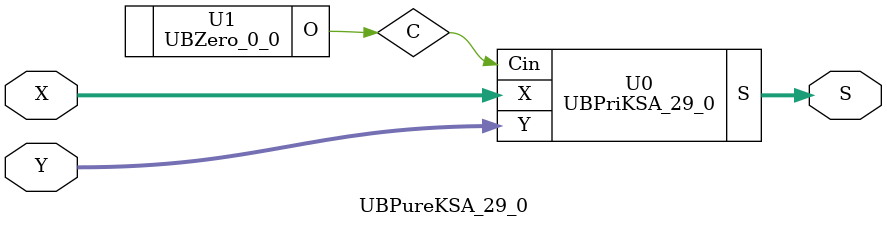
<source format=v>
/*----------------------------------------------------------------------------
  Copyright (c) 2021 Homma laboratory. All rights reserved.

  Top module: UBKSA_29_0_29_0

  Operand-1 length: 30
  Operand-2 length: 30
  Two-operand addition algorithm: Kogge-Stone adder
----------------------------------------------------------------------------*/

module GPGenerator(Go, Po, A, B);
  output Go;
  output Po;
  input A;
  input B;
  assign Go = A & B;
  assign Po = A ^ B;
endmodule

module CarryOperator(Go, Po, Gi1, Pi1, Gi2, Pi2);
  output Go;
  output Po;
  input Gi1;
  input Gi2;
  input Pi1;
  input Pi2;
  assign Go = Gi1 | ( Gi2 & Pi1 );
  assign Po = Pi1 & Pi2;
endmodule

module UBPriKSA_29_0(S, X, Y, Cin);
  output [30:0] S;
  input Cin;
  input [29:0] X;
  input [29:0] Y;
  wire [29:0] G0;
  wire [29:0] G1;
  wire [29:0] G2;
  wire [29:0] G3;
  wire [29:0] G4;
  wire [29:0] G5;
  wire [29:0] P0;
  wire [29:0] P1;
  wire [29:0] P2;
  wire [29:0] P3;
  wire [29:0] P4;
  wire [29:0] P5;
  assign P1[0] = P0[0];
  assign G1[0] = G0[0];
  assign P2[0] = P1[0];
  assign G2[0] = G1[0];
  assign P2[1] = P1[1];
  assign G2[1] = G1[1];
  assign P3[0] = P2[0];
  assign G3[0] = G2[0];
  assign P3[1] = P2[1];
  assign G3[1] = G2[1];
  assign P3[2] = P2[2];
  assign G3[2] = G2[2];
  assign P3[3] = P2[3];
  assign G3[3] = G2[3];
  assign P4[0] = P3[0];
  assign G4[0] = G3[0];
  assign P4[1] = P3[1];
  assign G4[1] = G3[1];
  assign P4[2] = P3[2];
  assign G4[2] = G3[2];
  assign P4[3] = P3[3];
  assign G4[3] = G3[3];
  assign P4[4] = P3[4];
  assign G4[4] = G3[4];
  assign P4[5] = P3[5];
  assign G4[5] = G3[5];
  assign P4[6] = P3[6];
  assign G4[6] = G3[6];
  assign P4[7] = P3[7];
  assign G4[7] = G3[7];
  assign P5[0] = P4[0];
  assign G5[0] = G4[0];
  assign P5[1] = P4[1];
  assign G5[1] = G4[1];
  assign P5[2] = P4[2];
  assign G5[2] = G4[2];
  assign P5[3] = P4[3];
  assign G5[3] = G4[3];
  assign P5[4] = P4[4];
  assign G5[4] = G4[4];
  assign P5[5] = P4[5];
  assign G5[5] = G4[5];
  assign P5[6] = P4[6];
  assign G5[6] = G4[6];
  assign P5[7] = P4[7];
  assign G5[7] = G4[7];
  assign P5[8] = P4[8];
  assign G5[8] = G4[8];
  assign P5[9] = P4[9];
  assign G5[9] = G4[9];
  assign P5[10] = P4[10];
  assign G5[10] = G4[10];
  assign P5[11] = P4[11];
  assign G5[11] = G4[11];
  assign P5[12] = P4[12];
  assign G5[12] = G4[12];
  assign P5[13] = P4[13];
  assign G5[13] = G4[13];
  assign P5[14] = P4[14];
  assign G5[14] = G4[14];
  assign P5[15] = P4[15];
  assign G5[15] = G4[15];
  assign S[0] = Cin ^ P0[0];
  assign S[1] = ( G5[0] | ( P5[0] & Cin ) ) ^ P0[1];
  assign S[2] = ( G5[1] | ( P5[1] & Cin ) ) ^ P0[2];
  assign S[3] = ( G5[2] | ( P5[2] & Cin ) ) ^ P0[3];
  assign S[4] = ( G5[3] | ( P5[3] & Cin ) ) ^ P0[4];
  assign S[5] = ( G5[4] | ( P5[4] & Cin ) ) ^ P0[5];
  assign S[6] = ( G5[5] | ( P5[5] & Cin ) ) ^ P0[6];
  assign S[7] = ( G5[6] | ( P5[6] & Cin ) ) ^ P0[7];
  assign S[8] = ( G5[7] | ( P5[7] & Cin ) ) ^ P0[8];
  assign S[9] = ( G5[8] | ( P5[8] & Cin ) ) ^ P0[9];
  assign S[10] = ( G5[9] | ( P5[9] & Cin ) ) ^ P0[10];
  assign S[11] = ( G5[10] | ( P5[10] & Cin ) ) ^ P0[11];
  assign S[12] = ( G5[11] | ( P5[11] & Cin ) ) ^ P0[12];
  assign S[13] = ( G5[12] | ( P5[12] & Cin ) ) ^ P0[13];
  assign S[14] = ( G5[13] | ( P5[13] & Cin ) ) ^ P0[14];
  assign S[15] = ( G5[14] | ( P5[14] & Cin ) ) ^ P0[15];
  assign S[16] = ( G5[15] | ( P5[15] & Cin ) ) ^ P0[16];
  assign S[17] = ( G5[16] | ( P5[16] & Cin ) ) ^ P0[17];
  assign S[18] = ( G5[17] | ( P5[17] & Cin ) ) ^ P0[18];
  assign S[19] = ( G5[18] | ( P5[18] & Cin ) ) ^ P0[19];
  assign S[20] = ( G5[19] | ( P5[19] & Cin ) ) ^ P0[20];
  assign S[21] = ( G5[20] | ( P5[20] & Cin ) ) ^ P0[21];
  assign S[22] = ( G5[21] | ( P5[21] & Cin ) ) ^ P0[22];
  assign S[23] = ( G5[22] | ( P5[22] & Cin ) ) ^ P0[23];
  assign S[24] = ( G5[23] | ( P5[23] & Cin ) ) ^ P0[24];
  assign S[25] = ( G5[24] | ( P5[24] & Cin ) ) ^ P0[25];
  assign S[26] = ( G5[25] | ( P5[25] & Cin ) ) ^ P0[26];
  assign S[27] = ( G5[26] | ( P5[26] & Cin ) ) ^ P0[27];
  assign S[28] = ( G5[27] | ( P5[27] & Cin ) ) ^ P0[28];
  assign S[29] = ( G5[28] | ( P5[28] & Cin ) ) ^ P0[29];
  assign S[30] = G5[29] | ( P5[29] & Cin );
  GPGenerator U0 (G0[0], P0[0], X[0], Y[0]);
  GPGenerator U1 (G0[1], P0[1], X[1], Y[1]);
  GPGenerator U2 (G0[2], P0[2], X[2], Y[2]);
  GPGenerator U3 (G0[3], P0[3], X[3], Y[3]);
  GPGenerator U4 (G0[4], P0[4], X[4], Y[4]);
  GPGenerator U5 (G0[5], P0[5], X[5], Y[5]);
  GPGenerator U6 (G0[6], P0[6], X[6], Y[6]);
  GPGenerator U7 (G0[7], P0[7], X[7], Y[7]);
  GPGenerator U8 (G0[8], P0[8], X[8], Y[8]);
  GPGenerator U9 (G0[9], P0[9], X[9], Y[9]);
  GPGenerator U10 (G0[10], P0[10], X[10], Y[10]);
  GPGenerator U11 (G0[11], P0[11], X[11], Y[11]);
  GPGenerator U12 (G0[12], P0[12], X[12], Y[12]);
  GPGenerator U13 (G0[13], P0[13], X[13], Y[13]);
  GPGenerator U14 (G0[14], P0[14], X[14], Y[14]);
  GPGenerator U15 (G0[15], P0[15], X[15], Y[15]);
  GPGenerator U16 (G0[16], P0[16], X[16], Y[16]);
  GPGenerator U17 (G0[17], P0[17], X[17], Y[17]);
  GPGenerator U18 (G0[18], P0[18], X[18], Y[18]);
  GPGenerator U19 (G0[19], P0[19], X[19], Y[19]);
  GPGenerator U20 (G0[20], P0[20], X[20], Y[20]);
  GPGenerator U21 (G0[21], P0[21], X[21], Y[21]);
  GPGenerator U22 (G0[22], P0[22], X[22], Y[22]);
  GPGenerator U23 (G0[23], P0[23], X[23], Y[23]);
  GPGenerator U24 (G0[24], P0[24], X[24], Y[24]);
  GPGenerator U25 (G0[25], P0[25], X[25], Y[25]);
  GPGenerator U26 (G0[26], P0[26], X[26], Y[26]);
  GPGenerator U27 (G0[27], P0[27], X[27], Y[27]);
  GPGenerator U28 (G0[28], P0[28], X[28], Y[28]);
  GPGenerator U29 (G0[29], P0[29], X[29], Y[29]);
  CarryOperator U30 (G1[1], P1[1], G0[1], P0[1], G0[0], P0[0]);
  CarryOperator U31 (G1[2], P1[2], G0[2], P0[2], G0[1], P0[1]);
  CarryOperator U32 (G1[3], P1[3], G0[3], P0[3], G0[2], P0[2]);
  CarryOperator U33 (G1[4], P1[4], G0[4], P0[4], G0[3], P0[3]);
  CarryOperator U34 (G1[5], P1[5], G0[5], P0[5], G0[4], P0[4]);
  CarryOperator U35 (G1[6], P1[6], G0[6], P0[6], G0[5], P0[5]);
  CarryOperator U36 (G1[7], P1[7], G0[7], P0[7], G0[6], P0[6]);
  CarryOperator U37 (G1[8], P1[8], G0[8], P0[8], G0[7], P0[7]);
  CarryOperator U38 (G1[9], P1[9], G0[9], P0[9], G0[8], P0[8]);
  CarryOperator U39 (G1[10], P1[10], G0[10], P0[10], G0[9], P0[9]);
  CarryOperator U40 (G1[11], P1[11], G0[11], P0[11], G0[10], P0[10]);
  CarryOperator U41 (G1[12], P1[12], G0[12], P0[12], G0[11], P0[11]);
  CarryOperator U42 (G1[13], P1[13], G0[13], P0[13], G0[12], P0[12]);
  CarryOperator U43 (G1[14], P1[14], G0[14], P0[14], G0[13], P0[13]);
  CarryOperator U44 (G1[15], P1[15], G0[15], P0[15], G0[14], P0[14]);
  CarryOperator U45 (G1[16], P1[16], G0[16], P0[16], G0[15], P0[15]);
  CarryOperator U46 (G1[17], P1[17], G0[17], P0[17], G0[16], P0[16]);
  CarryOperator U47 (G1[18], P1[18], G0[18], P0[18], G0[17], P0[17]);
  CarryOperator U48 (G1[19], P1[19], G0[19], P0[19], G0[18], P0[18]);
  CarryOperator U49 (G1[20], P1[20], G0[20], P0[20], G0[19], P0[19]);
  CarryOperator U50 (G1[21], P1[21], G0[21], P0[21], G0[20], P0[20]);
  CarryOperator U51 (G1[22], P1[22], G0[22], P0[22], G0[21], P0[21]);
  CarryOperator U52 (G1[23], P1[23], G0[23], P0[23], G0[22], P0[22]);
  CarryOperator U53 (G1[24], P1[24], G0[24], P0[24], G0[23], P0[23]);
  CarryOperator U54 (G1[25], P1[25], G0[25], P0[25], G0[24], P0[24]);
  CarryOperator U55 (G1[26], P1[26], G0[26], P0[26], G0[25], P0[25]);
  CarryOperator U56 (G1[27], P1[27], G0[27], P0[27], G0[26], P0[26]);
  CarryOperator U57 (G1[28], P1[28], G0[28], P0[28], G0[27], P0[27]);
  CarryOperator U58 (G1[29], P1[29], G0[29], P0[29], G0[28], P0[28]);
  CarryOperator U59 (G2[2], P2[2], G1[2], P1[2], G1[0], P1[0]);
  CarryOperator U60 (G2[3], P2[3], G1[3], P1[3], G1[1], P1[1]);
  CarryOperator U61 (G2[4], P2[4], G1[4], P1[4], G1[2], P1[2]);
  CarryOperator U62 (G2[5], P2[5], G1[5], P1[5], G1[3], P1[3]);
  CarryOperator U63 (G2[6], P2[6], G1[6], P1[6], G1[4], P1[4]);
  CarryOperator U64 (G2[7], P2[7], G1[7], P1[7], G1[5], P1[5]);
  CarryOperator U65 (G2[8], P2[8], G1[8], P1[8], G1[6], P1[6]);
  CarryOperator U66 (G2[9], P2[9], G1[9], P1[9], G1[7], P1[7]);
  CarryOperator U67 (G2[10], P2[10], G1[10], P1[10], G1[8], P1[8]);
  CarryOperator U68 (G2[11], P2[11], G1[11], P1[11], G1[9], P1[9]);
  CarryOperator U69 (G2[12], P2[12], G1[12], P1[12], G1[10], P1[10]);
  CarryOperator U70 (G2[13], P2[13], G1[13], P1[13], G1[11], P1[11]);
  CarryOperator U71 (G2[14], P2[14], G1[14], P1[14], G1[12], P1[12]);
  CarryOperator U72 (G2[15], P2[15], G1[15], P1[15], G1[13], P1[13]);
  CarryOperator U73 (G2[16], P2[16], G1[16], P1[16], G1[14], P1[14]);
  CarryOperator U74 (G2[17], P2[17], G1[17], P1[17], G1[15], P1[15]);
  CarryOperator U75 (G2[18], P2[18], G1[18], P1[18], G1[16], P1[16]);
  CarryOperator U76 (G2[19], P2[19], G1[19], P1[19], G1[17], P1[17]);
  CarryOperator U77 (G2[20], P2[20], G1[20], P1[20], G1[18], P1[18]);
  CarryOperator U78 (G2[21], P2[21], G1[21], P1[21], G1[19], P1[19]);
  CarryOperator U79 (G2[22], P2[22], G1[22], P1[22], G1[20], P1[20]);
  CarryOperator U80 (G2[23], P2[23], G1[23], P1[23], G1[21], P1[21]);
  CarryOperator U81 (G2[24], P2[24], G1[24], P1[24], G1[22], P1[22]);
  CarryOperator U82 (G2[25], P2[25], G1[25], P1[25], G1[23], P1[23]);
  CarryOperator U83 (G2[26], P2[26], G1[26], P1[26], G1[24], P1[24]);
  CarryOperator U84 (G2[27], P2[27], G1[27], P1[27], G1[25], P1[25]);
  CarryOperator U85 (G2[28], P2[28], G1[28], P1[28], G1[26], P1[26]);
  CarryOperator U86 (G2[29], P2[29], G1[29], P1[29], G1[27], P1[27]);
  CarryOperator U87 (G3[4], P3[4], G2[4], P2[4], G2[0], P2[0]);
  CarryOperator U88 (G3[5], P3[5], G2[5], P2[5], G2[1], P2[1]);
  CarryOperator U89 (G3[6], P3[6], G2[6], P2[6], G2[2], P2[2]);
  CarryOperator U90 (G3[7], P3[7], G2[7], P2[7], G2[3], P2[3]);
  CarryOperator U91 (G3[8], P3[8], G2[8], P2[8], G2[4], P2[4]);
  CarryOperator U92 (G3[9], P3[9], G2[9], P2[9], G2[5], P2[5]);
  CarryOperator U93 (G3[10], P3[10], G2[10], P2[10], G2[6], P2[6]);
  CarryOperator U94 (G3[11], P3[11], G2[11], P2[11], G2[7], P2[7]);
  CarryOperator U95 (G3[12], P3[12], G2[12], P2[12], G2[8], P2[8]);
  CarryOperator U96 (G3[13], P3[13], G2[13], P2[13], G2[9], P2[9]);
  CarryOperator U97 (G3[14], P3[14], G2[14], P2[14], G2[10], P2[10]);
  CarryOperator U98 (G3[15], P3[15], G2[15], P2[15], G2[11], P2[11]);
  CarryOperator U99 (G3[16], P3[16], G2[16], P2[16], G2[12], P2[12]);
  CarryOperator U100 (G3[17], P3[17], G2[17], P2[17], G2[13], P2[13]);
  CarryOperator U101 (G3[18], P3[18], G2[18], P2[18], G2[14], P2[14]);
  CarryOperator U102 (G3[19], P3[19], G2[19], P2[19], G2[15], P2[15]);
  CarryOperator U103 (G3[20], P3[20], G2[20], P2[20], G2[16], P2[16]);
  CarryOperator U104 (G3[21], P3[21], G2[21], P2[21], G2[17], P2[17]);
  CarryOperator U105 (G3[22], P3[22], G2[22], P2[22], G2[18], P2[18]);
  CarryOperator U106 (G3[23], P3[23], G2[23], P2[23], G2[19], P2[19]);
  CarryOperator U107 (G3[24], P3[24], G2[24], P2[24], G2[20], P2[20]);
  CarryOperator U108 (G3[25], P3[25], G2[25], P2[25], G2[21], P2[21]);
  CarryOperator U109 (G3[26], P3[26], G2[26], P2[26], G2[22], P2[22]);
  CarryOperator U110 (G3[27], P3[27], G2[27], P2[27], G2[23], P2[23]);
  CarryOperator U111 (G3[28], P3[28], G2[28], P2[28], G2[24], P2[24]);
  CarryOperator U112 (G3[29], P3[29], G2[29], P2[29], G2[25], P2[25]);
  CarryOperator U113 (G4[8], P4[8], G3[8], P3[8], G3[0], P3[0]);
  CarryOperator U114 (G4[9], P4[9], G3[9], P3[9], G3[1], P3[1]);
  CarryOperator U115 (G4[10], P4[10], G3[10], P3[10], G3[2], P3[2]);
  CarryOperator U116 (G4[11], P4[11], G3[11], P3[11], G3[3], P3[3]);
  CarryOperator U117 (G4[12], P4[12], G3[12], P3[12], G3[4], P3[4]);
  CarryOperator U118 (G4[13], P4[13], G3[13], P3[13], G3[5], P3[5]);
  CarryOperator U119 (G4[14], P4[14], G3[14], P3[14], G3[6], P3[6]);
  CarryOperator U120 (G4[15], P4[15], G3[15], P3[15], G3[7], P3[7]);
  CarryOperator U121 (G4[16], P4[16], G3[16], P3[16], G3[8], P3[8]);
  CarryOperator U122 (G4[17], P4[17], G3[17], P3[17], G3[9], P3[9]);
  CarryOperator U123 (G4[18], P4[18], G3[18], P3[18], G3[10], P3[10]);
  CarryOperator U124 (G4[19], P4[19], G3[19], P3[19], G3[11], P3[11]);
  CarryOperator U125 (G4[20], P4[20], G3[20], P3[20], G3[12], P3[12]);
  CarryOperator U126 (G4[21], P4[21], G3[21], P3[21], G3[13], P3[13]);
  CarryOperator U127 (G4[22], P4[22], G3[22], P3[22], G3[14], P3[14]);
  CarryOperator U128 (G4[23], P4[23], G3[23], P3[23], G3[15], P3[15]);
  CarryOperator U129 (G4[24], P4[24], G3[24], P3[24], G3[16], P3[16]);
  CarryOperator U130 (G4[25], P4[25], G3[25], P3[25], G3[17], P3[17]);
  CarryOperator U131 (G4[26], P4[26], G3[26], P3[26], G3[18], P3[18]);
  CarryOperator U132 (G4[27], P4[27], G3[27], P3[27], G3[19], P3[19]);
  CarryOperator U133 (G4[28], P4[28], G3[28], P3[28], G3[20], P3[20]);
  CarryOperator U134 (G4[29], P4[29], G3[29], P3[29], G3[21], P3[21]);
  CarryOperator U135 (G5[16], P5[16], G4[16], P4[16], G4[0], P4[0]);
  CarryOperator U136 (G5[17], P5[17], G4[17], P4[17], G4[1], P4[1]);
  CarryOperator U137 (G5[18], P5[18], G4[18], P4[18], G4[2], P4[2]);
  CarryOperator U138 (G5[19], P5[19], G4[19], P4[19], G4[3], P4[3]);
  CarryOperator U139 (G5[20], P5[20], G4[20], P4[20], G4[4], P4[4]);
  CarryOperator U140 (G5[21], P5[21], G4[21], P4[21], G4[5], P4[5]);
  CarryOperator U141 (G5[22], P5[22], G4[22], P4[22], G4[6], P4[6]);
  CarryOperator U142 (G5[23], P5[23], G4[23], P4[23], G4[7], P4[7]);
  CarryOperator U143 (G5[24], P5[24], G4[24], P4[24], G4[8], P4[8]);
  CarryOperator U144 (G5[25], P5[25], G4[25], P4[25], G4[9], P4[9]);
  CarryOperator U145 (G5[26], P5[26], G4[26], P4[26], G4[10], P4[10]);
  CarryOperator U146 (G5[27], P5[27], G4[27], P4[27], G4[11], P4[11]);
  CarryOperator U147 (G5[28], P5[28], G4[28], P4[28], G4[12], P4[12]);
  CarryOperator U148 (G5[29], P5[29], G4[29], P4[29], G4[13], P4[13]);
endmodule

module UBZero_0_0(O);
  output [0:0] O;
  assign O[0] = 0;
endmodule

module UBKSA_29_0_29_0 (S, X, Y);
  output [30:0] S;
  input [29:0] X;
  input [29:0] Y;
  UBPureKSA_29_0 U0 (S[30:0], X[29:0], Y[29:0]);
endmodule

module UBPureKSA_29_0 (S, X, Y);
  output [30:0] S;
  input [29:0] X;
  input [29:0] Y;
  wire C;
  UBPriKSA_29_0 U0 (S, X, Y, C);
  UBZero_0_0 U1 (C);
endmodule


</source>
